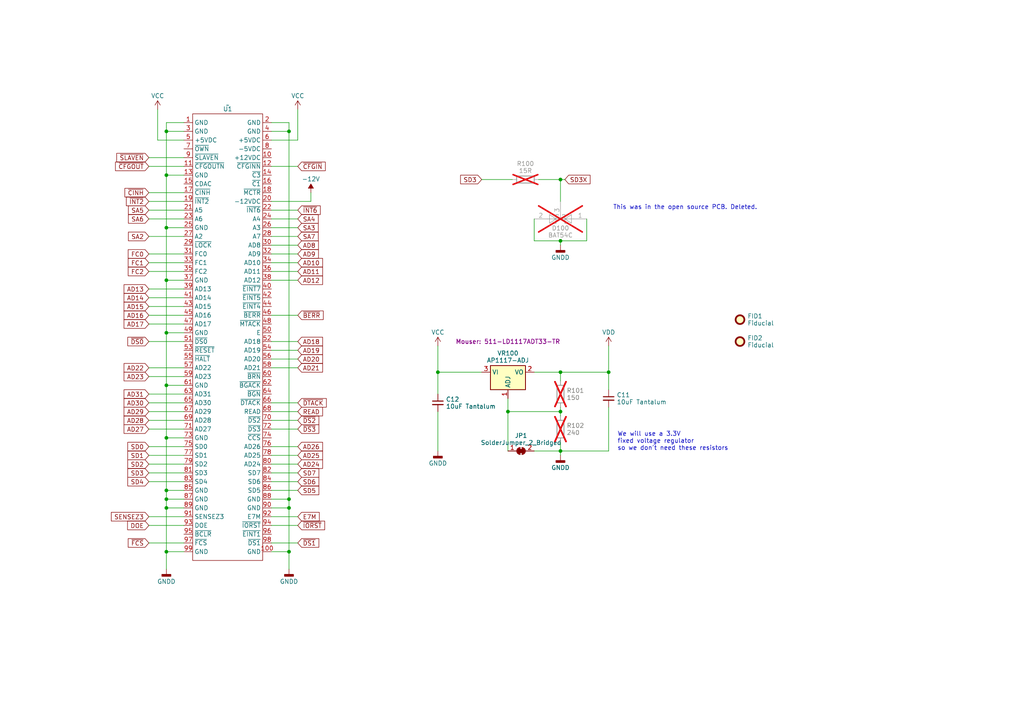
<source format=kicad_sch>
(kicad_sch (version 20230121) (generator eeschema)
  (paper "A4")
  (lib_symbols
    (symbol "New_Library:AP1117-ADJ"
      (property "Reference" "U" (at -3.81 3.175 0))
      (property "Value" "AP1117-ADJ" (at 0 3.175 0))
      (symbol "AP1117-ADJ_0_1"
        (rectangle (start -5.08 -5.08) (end 5.08 1.905) (stroke (width 0.254)) (fill (type background)))
      )
      (symbol "AP1117-ADJ_1_1"
        (pin input line (at 0 -7.62 90) (length 2.54) (name "ADJ") (number "1"))
        (pin power_out line (at 7.62 0 180) (length 2.54) (name "VO") (number "2"))
        (pin power_in line (at -7.62 0 0) (length 2.54) (name "VI") (number "3"))
      )
    )
    (symbol "New_Library:BAT54C" (pin_names (offset 1.016))
      (property "Reference" "D" (at 0.635 -3.81 0))
      (property "Value" "BAT54C" (at -6.35 3.175 0))
      (symbol "BAT54C_0_1"
        (polyline (pts (xy -1.905 0) (xy 1.905 0)))
        (polyline (pts (xy -1.905 1.27) (xy -1.905 1.016)))
        (polyline (pts (xy -1.27 -1.27) (xy -0.635 -1.27)))
        (polyline (pts (xy -1.27 0) (xy -3.81 0)))
        (polyline (pts (xy -1.27 1.27) (xy -1.905 1.27)))
        (polyline (pts (xy -1.27 1.27) (xy -1.27 -1.27)))
        (polyline (pts (xy -0.635 -1.27) (xy -0.635 -1.016)))
        (polyline (pts (xy 0.635 -1.27) (xy 0.635 -1.016)))
        (polyline (pts (xy 1.27 -1.27) (xy 0.635 -1.27)))
        (polyline (pts (xy 1.27 1.27) (xy 1.27 -1.27)))
        (polyline (pts (xy 1.27 1.27) (xy 1.905 1.27)))
        (polyline (pts (xy 1.905 1.27) (xy 1.905 1.016)))
        (polyline (pts (xy 3.81 0) (xy 1.27 0)))
        (polyline (pts (xy -3.175 -1.27) (xy -3.175 1.27) (xy -1.27 0) (xy -3.175 -1.27)))
        (polyline (pts (xy 3.175 -1.27) (xy 3.175 1.27) (xy 1.27 0) (xy 3.175 -1.27)))
        (circle (center 0 0) (radius 0.254) (fill (type outline)))
      )
      (symbol "BAT54C_1_1"
        (pin passive line (at -7.62 0 0) (length 3.81) (name "~") (number "1"))
        (pin passive line (at 7.62 0 180) (length 3.81) (name "~") (number "2"))
        (pin passive line (at 0 -5.08 90) (length 5.08) (name "~") (number "3"))
      )
    )
    (symbol "New_Library:C_Small" (pin_numbers hide) (pin_names (offset 0.254) hide)
      (property "Reference" "C" (at 0.254 1.778 0))
      (property "Value" "C_Small" (at 0.254 -2.032 0))
      (symbol "C_Small_0_1"
        (polyline (pts (xy -1.524 -0.508) (xy 1.524 -0.508)) (stroke (width 0.3302)))
        (polyline (pts (xy -1.524 0.508) (xy 1.524 0.508)) (stroke (width 0.3048)))
      )
      (symbol "C_Small_1_1"
        (pin passive line (at 0 2.54 270) (length 2.032) (name "~") (number "1"))
        (pin passive line (at 0 -2.54 90) (length 2.032) (name "~") (number "2"))
      )
    )
    (symbol "New_Library:Fiducial"
      (property "Reference" "FID" (at 0 5.08 0))
      (property "Value" "Fiducial" (at 0 3.175 0))
      (symbol "Fiducial_0_1"
        (circle (center 0 0) (radius 1.27) (stroke (width 0.508)) (fill (type background)))
      )
    )
    (symbol "New_Library:R" (pin_numbers hide) (pin_names (offset 0))
      (property "Reference" "R" (at 2.032 0 90))
      (property "Value" "R" (at 0 0 90))
      (symbol "R_0_1"
        (rectangle (start -1.016 -2.54) (end 1.016 2.54) (stroke (width 0.254)))
      )
      (symbol "R_1_1"
        (pin passive line (at 0 3.81 270) (length 1.27) (name "~") (number "1"))
        (pin passive line (at 0 -3.81 90) (length 1.27) (name "~") (number "2"))
      )
    )
    (symbol "New_Library:SolderJumper_2_Bridged" (pin_names (offset 0) hide)
      (property "Reference" "JP" (at 0 2.032 0))
      (property "Value" "SolderJumper_2_Bridged" (at 0 -2.54 0))
      (symbol "SolderJumper_2_Bridged_0_1"
        (rectangle (start -0.508 0.508) (end 0.508 -0.508) (fill (type outline)))
        (arc (start -0.254 1.016) (mid -1.2656 0) (end -0.254 -1.016))
        (arc (start -0.254 1.016) (mid -1.2656 0) (end -0.254 -1.016) (fill (type outline)))
        (polyline (pts (xy -0.254 1.016) (xy -0.254 -1.016)))
        (polyline (pts (xy 0.254 1.016) (xy 0.254 -1.016)))
        (arc (start 0.254 -1.016) (mid 1.2656 0) (end 0.254 1.016))
        (arc (start 0.254 -1.016) (mid 1.2656 0) (end 0.254 1.016) (fill (type outline)))
      )
      (symbol "SolderJumper_2_Bridged_1_1"
        (pin passive line (at -3.81 0 0) (length 2.54) (name "A") (number "1"))
        (pin passive line (at 3.81 0 180) (length 2.54) (name "B") (number "2"))
      )
    )
    (symbol "New_Library:ZorroIII"
      (property "Reference" "U" (at 0 0 0))
      (symbol "ZorroIII_0_1"
        (rectangle (start -10.16 -2.54) (end 10.16 -132.08))
      )
      (symbol "ZorroIII_1_1"
        (pin power_out line (at -12.7 -5.08 0) (length 2.54) (name "GND") (number "1"))
        (pin power_out line (at 12.7 -15.24 180) (length 2.54) (name "+12VDC") (number "10"))
        (pin power_in line (at 12.7 -129.54 180) (length 2.54) (name "GND") (number "100"))
        (pin input line (at -12.7 -17.78 0) (length 2.54) (name "~{CFGOUTN}") (number "11"))
        (pin input line (at 12.7 -17.78 180) (length 2.54) (name "~{CFGINN}") (number "12"))
        (pin power_in line (at -12.7 -20.32 0) (length 2.54) (name "GND") (number "13"))
        (pin input line (at 12.7 -20.32 180) (length 2.54) (name "~{C3}") (number "14"))
        (pin input line (at -12.7 -22.86 0) (length 2.54) (name "CDAC") (number "15"))
        (pin input line (at 12.7 -22.86 180) (length 2.54) (name "~{C1}") (number "16"))
        (pin input line (at -12.7 -25.4 0) (length 2.54) (name "~{CINH}") (number "17"))
        (pin input line (at 12.7 -25.4 180) (length 2.54) (name "~{MCTR}") (number "18"))
        (pin input line (at -12.7 -27.94 0) (length 2.54) (name "~{INT2}") (number "19"))
        (pin power_out line (at 12.7 -5.08 180) (length 2.54) (name "GND") (number "2"))
        (pin power_out line (at 12.7 -27.94 180) (length 2.54) (name "-12VDC") (number "20"))
        (pin input line (at -12.7 -30.48 0) (length 2.54) (name "A5") (number "21"))
        (pin input line (at 12.7 -30.48 180) (length 2.54) (name "~{INT6}") (number "22"))
        (pin input line (at -12.7 -33.02 0) (length 2.54) (name "A6") (number "23"))
        (pin input line (at 12.7 -33.02 180) (length 2.54) (name "A4") (number "24"))
        (pin power_in line (at -12.7 -35.56 0) (length 2.54) (name "GND") (number "25"))
        (pin input line (at 12.7 -35.56 180) (length 2.54) (name "A3") (number "26"))
        (pin input line (at -12.7 -38.1 0) (length 2.54) (name "A2") (number "27"))
        (pin input line (at 12.7 -38.1 180) (length 2.54) (name "A7") (number "28"))
        (pin input line (at -12.7 -40.64 0) (length 2.54) (name "~{LOCK}") (number "29"))
        (pin power_out line (at -12.7 -7.62 0) (length 2.54) (name "GND") (number "3"))
        (pin input line (at 12.7 -40.64 180) (length 2.54) (name "AD8") (number "30"))
        (pin input line (at -12.7 -43.18 0) (length 2.54) (name "FC0") (number "31"))
        (pin input line (at 12.7 -43.18 180) (length 2.54) (name "AD9") (number "32"))
        (pin input line (at -12.7 -45.72 0) (length 2.54) (name "FC1") (number "33"))
        (pin input line (at 12.7 -45.72 180) (length 2.54) (name "AD10") (number "34"))
        (pin input line (at -12.7 -48.26 0) (length 2.54) (name "FC2") (number "35"))
        (pin input line (at 12.7 -48.26 180) (length 2.54) (name "AD11") (number "36"))
        (pin power_in line (at -12.7 -50.8 0) (length 2.54) (name "GND") (number "37"))
        (pin input line (at 12.7 -50.8 180) (length 2.54) (name "AD12") (number "38"))
        (pin input line (at -12.7 -53.34 0) (length 2.54) (name "AD13") (number "39"))
        (pin power_out line (at 12.7 -7.62 180) (length 2.54) (name "GND") (number "4"))
        (pin input line (at 12.7 -53.34 180) (length 2.54) (name "~{EINT7}") (number "40"))
        (pin input line (at -12.7 -55.88 0) (length 2.54) (name "AD14") (number "41"))
        (pin input line (at 12.7 -55.88 180) (length 2.54) (name "~{EINT5}") (number "42"))
        (pin input line (at -12.7 -58.42 0) (length 2.54) (name "AD15") (number "43"))
        (pin input line (at 12.7 -58.42 180) (length 2.54) (name "~{EINT4}") (number "44"))
        (pin input line (at -12.7 -60.96 0) (length 2.54) (name "AD16") (number "45"))
        (pin input line (at 12.7 -60.96 180) (length 2.54) (name "~{BERR}") (number "46"))
        (pin input line (at -12.7 -63.5 0) (length 2.54) (name "AD17") (number "47"))
        (pin input line (at 12.7 -63.5 180) (length 2.54) (name "~{MTACK}") (number "48"))
        (pin power_in line (at -12.7 -66.04 0) (length 2.54) (name "GND") (number "49"))
        (pin power_out line (at -12.7 -10.16 0) (length 2.54) (name "+5VDC") (number "5"))
        (pin input line (at 12.7 -66.04 180) (length 2.54) (name "E") (number "50"))
        (pin input line (at -12.7 -68.58 0) (length 2.54) (name "~{DS0}") (number "51"))
        (pin input line (at 12.7 -68.58 180) (length 2.54) (name "AD18") (number "52"))
        (pin input line (at -12.7 -71.12 0) (length 2.54) (name "~{RESET}") (number "53"))
        (pin input line (at 12.7 -71.12 180) (length 2.54) (name "AD19") (number "54"))
        (pin input line (at -12.7 -73.66 0) (length 2.54) (name "~{HALT}") (number "55"))
        (pin input line (at 12.7 -73.66 180) (length 2.54) (name "AD20") (number "56"))
        (pin input line (at -12.7 -76.2 0) (length 2.54) (name "AD22") (number "57"))
        (pin input line (at 12.7 -76.2 180) (length 2.54) (name "AD21") (number "58"))
        (pin input line (at -12.7 -78.74 0) (length 2.54) (name "AD23") (number "59"))
        (pin power_out line (at 12.7 -10.16 180) (length 2.54) (name "+5VDC") (number "6"))
        (pin input line (at 12.7 -78.74 180) (length 2.54) (name "~{BRN}") (number "60"))
        (pin power_in line (at -12.7 -81.28 0) (length 2.54) (name "GND") (number "61"))
        (pin input line (at 12.7 -81.28 180) (length 2.54) (name "~{BGACK}") (number "62"))
        (pin input line (at -12.7 -83.82 0) (length 2.54) (name "AD31") (number "63"))
        (pin input line (at 12.7 -83.82 180) (length 2.54) (name "~{BGN}") (number "64"))
        (pin input line (at -12.7 -86.36 0) (length 2.54) (name "AD30") (number "65"))
        (pin input line (at 12.7 -86.36 180) (length 2.54) (name "~{DTACK}") (number "66"))
        (pin input line (at -12.7 -88.9 0) (length 2.54) (name "AD29") (number "67"))
        (pin input line (at 12.7 -88.9 180) (length 2.54) (name "READ") (number "68"))
        (pin input line (at -12.7 -91.44 0) (length 2.54) (name "AD28") (number "69"))
        (pin input line (at -12.7 -12.7 0) (length 2.54) (name "~{OWN}") (number "7"))
        (pin input line (at 12.7 -91.44 180) (length 2.54) (name "~{DS2}") (number "70"))
        (pin input line (at -12.7 -93.98 0) (length 2.54) (name "AD27") (number "71"))
        (pin input line (at 12.7 -93.98 180) (length 2.54) (name "~{DS3}") (number "72"))
        (pin power_in line (at -12.7 -96.52 0) (length 2.54) (name "GND") (number "73"))
        (pin input line (at 12.7 -96.52 180) (length 2.54) (name "~{CCS}") (number "74"))
        (pin input line (at -12.7 -99.06 0) (length 2.54) (name "SD0") (number "75"))
        (pin input line (at 12.7 -99.06 180) (length 2.54) (name "AD26") (number "76"))
        (pin input line (at -12.7 -101.6 0) (length 2.54) (name "SD1") (number "77"))
        (pin input line (at 12.7 -101.6 180) (length 2.54) (name "AD25") (number "78"))
        (pin input line (at -12.7 -104.14 0) (length 2.54) (name "SD2") (number "79"))
        (pin power_out line (at 12.7 -12.7 180) (length 2.54) (name "-5VDC") (number "8"))
        (pin input line (at 12.7 -104.14 180) (length 2.54) (name "AD24") (number "80"))
        (pin input line (at -12.7 -106.68 0) (length 2.54) (name "SD3") (number "81"))
        (pin input line (at 12.7 -106.68 180) (length 2.54) (name "SD7") (number "82"))
        (pin input line (at -12.7 -109.22 0) (length 2.54) (name "SD4") (number "83"))
        (pin input line (at 12.7 -109.22 180) (length 2.54) (name "SD6") (number "84"))
        (pin power_in line (at -12.7 -111.76 0) (length 2.54) (name "GND") (number "85"))
        (pin input line (at 12.7 -111.76 180) (length 2.54) (name "SD5") (number "86"))
        (pin power_in line (at -12.7 -114.3 0) (length 2.54) (name "GND") (number "87"))
        (pin power_in line (at 12.7 -114.3 180) (length 2.54) (name "GND") (number "88"))
        (pin power_in line (at -12.7 -116.84 0) (length 2.54) (name "GND") (number "89"))
        (pin input line (at -12.7 -15.24 0) (length 2.54) (name "~{SLAVEN}") (number "9"))
        (pin power_in line (at 12.7 -116.84 180) (length 2.54) (name "GND") (number "90"))
        (pin input line (at -12.7 -119.38 0) (length 2.54) (name "SENSEZ3") (number "91"))
        (pin input line (at 12.7 -119.38 180) (length 2.54) (name "E7M") (number "92"))
        (pin input line (at -12.7 -121.92 0) (length 2.54) (name "DOE") (number "93"))
        (pin input line (at 12.7 -121.92 180) (length 2.54) (name "~{IORST}") (number "94"))
        (pin input line (at -12.7 -124.46 0) (length 2.54) (name "~{BCLR}") (number "95"))
        (pin input line (at 12.7 -124.46 180) (length 2.54) (name "~{EINT1}") (number "96"))
        (pin input line (at -12.7 -127 0) (length 2.54) (name "~{FCS}") (number "97"))
        (pin input line (at 12.7 -127 180) (length 2.54) (name "~{DS1}") (number "98"))
        (pin power_in line (at -12.7 -129.54 0) (length 2.54) (name "GND") (number "99"))
      )
    )
    (symbol "power:-12V" (power) (pin_names (offset 0))
      (property "Value" "-12V" (at 0 3.81 0))
      (symbol "-12V_0_0"
        (pin power_in line (at 0 0 90) (length 0) hide (name "-12V") (number "1"))
      )
      (symbol "-12V_0_1"
        (polyline (pts (xy 0 0) (xy 0 1.27) (xy 0.762 1.27) (xy 0 2.54) (xy -0.762 1.27) (xy 0 1.27)) (fill (type outline)))
      )
    )
    (symbol "power:GNDD" (power) (pin_names (offset 0))
      (property "Value" "GNDD" (at 0 -3.175 0))
      (symbol "GNDD_0_1"
        (rectangle (start -1.27 -1.524) (end 1.27 -2.032) (stroke (width 0.254)) (fill (type outline)))
        (polyline (pts (xy 0 0) (xy 0 -1.524)))
      )
      (symbol "GNDD_1_1"
        (pin power_in line (at 0 0 270) (length 0) hide (name "GNDD") (number "1"))
      )
    )
    (symbol "power:VCC" (power) (pin_names (offset 0))
      (property "Value" "VCC" (at 0 3.81 0))
      (symbol "VCC_0_1"
        (polyline (pts (xy -0.762 1.27) (xy 0 2.54)))
        (polyline (pts (xy 0 0) (xy 0 2.54)))
        (polyline (pts (xy 0 2.54) (xy 0.762 1.27)))
      )
      (symbol "VCC_1_1"
        (pin power_in line (at 0 0 90) (length 0) hide (name "VCC") (number "1"))
      )
    )
    (symbol "power:VDD" (power) (pin_names (offset 0))
      (property "Value" "VDD" (at 0 3.81 0))
      (symbol "VDD_0_1"
        (polyline (pts (xy -0.762 1.27) (xy 0 2.54)))
        (polyline (pts (xy 0 0) (xy 0 2.54)))
        (polyline (pts (xy 0 2.54) (xy 0.762 1.27)))
      )
      (symbol "VDD_1_1"
        (pin power_in line (at 0 0 90) (length 0) hide (name "VDD") (number "1"))
      )
    )
  )
  (junction (at 48.26 96.52))
  (junction (at 48.26 144.78))
  (junction (at 48.26 66.04))
  (junction (at 162.56 69.85))
  (junction (at 162.56 52.07))
  (junction (at 83.82 160.02))
  (junction (at 48.26 81.28))
  (junction (at 48.26 38.1))
  (junction (at 83.82 38.1))
  (junction (at 83.82 147.32))
  (junction (at 147.32 119.38))
  (junction (at 162.56 130.81))
  (junction (at 48.26 127))
  (junction (at 48.26 160.02))
  (junction (at 48.26 142.24))
  (junction (at 48.26 111.76))
  (junction (at 127 107.95))
  (junction (at 48.26 50.8))
  (junction (at 48.26 147.32))
  (junction (at 83.82 144.78))
  (junction (at 162.56 119.38))
  (junction (at 176.53 107.95))
  (junction (at 162.56 107.95))
  (wire (pts (xy 48.26 38.1) (xy 53.34 38.1)))
  (wire (pts (xy 43.18 99.06) (xy 53.34 99.06)))
  (wire (pts (xy 78.74 35.56) (xy 83.82 35.56)))
  (wire (pts (xy 83.82 147.32) (xy 83.82 160.02)))
  (wire (pts (xy 43.18 73.66) (xy 53.34 73.66)))
  (wire (pts (xy 43.18 60.96) (xy 53.34 60.96)))
  (wire (pts (xy 43.18 119.38) (xy 53.34 119.38)))
  (wire (pts (xy 43.18 114.3) (xy 53.34 114.3)))
  (wire (pts (xy 48.26 66.04) (xy 53.34 66.04)))
  (wire (pts (xy 78.74 119.38) (xy 86.36 119.38)))
  (wire (pts (xy 154.94 69.85) (xy 162.56 69.85)))
  (wire (pts (xy 147.32 119.38) (xy 147.32 130.81)))
  (wire (pts (xy 162.56 119.38) (xy 162.56 120.65)))
  (wire (pts (xy 48.26 96.52) (xy 48.26 111.76)))
  (wire (pts (xy 78.74 139.7) (xy 86.36 139.7)))
  (wire (pts (xy 83.82 160.02) (xy 83.82 165.1)))
  (wire (pts (xy 43.18 88.9) (xy 53.34 88.9)))
  (wire (pts (xy 176.53 113.03) (xy 176.53 107.95)))
  (wire (pts (xy 43.18 91.44) (xy 53.34 91.44)))
  (wire (pts (xy 48.26 147.32) (xy 53.34 147.32)))
  (wire (pts (xy 147.32 119.38) (xy 162.56 119.38)))
  (wire (pts (xy 43.18 132.08) (xy 53.34 132.08)))
  (wire (pts (xy 78.74 78.74) (xy 86.36 78.74)))
  (wire (pts (xy 78.74 91.44) (xy 86.36 91.44)))
  (wire (pts (xy 43.18 68.58) (xy 53.34 68.58)))
  (wire (pts (xy 78.74 101.6) (xy 86.36 101.6)))
  (wire (pts (xy 78.74 38.1) (xy 83.82 38.1)))
  (wire (pts (xy 83.82 144.78) (xy 83.82 147.32)))
  (wire (pts (xy 162.56 130.81) (xy 162.56 132.08)))
  (wire (pts (xy 78.74 116.84) (xy 86.36 116.84)))
  (wire (pts (xy 53.34 35.56) (xy 48.26 35.56)))
  (wire (pts (xy 78.74 142.24) (xy 86.36 142.24)))
  (wire (pts (xy 43.18 116.84) (xy 53.34 116.84)))
  (wire (pts (xy 78.74 124.46) (xy 86.36 124.46)))
  (wire (pts (xy 48.26 142.24) (xy 48.26 144.78)))
  (wire (pts (xy 83.82 35.56) (xy 83.82 38.1)))
  (wire (pts (xy 78.74 147.32) (xy 83.82 147.32)))
  (wire (pts (xy 162.56 118.11) (xy 162.56 119.38)))
  (wire (pts (xy 43.18 129.54) (xy 53.34 129.54)))
  (wire (pts (xy 78.74 129.54) (xy 86.36 129.54)))
  (wire (pts (xy 176.53 100.33) (xy 176.53 107.95)))
  (wire (pts (xy 48.26 96.52) (xy 53.34 96.52)))
  (wire (pts (xy 147.32 115.57) (xy 147.32 119.38)))
  (wire (pts (xy 86.36 60.96) (xy 78.74 60.96)))
  (wire (pts (xy 83.82 38.1) (xy 83.82 144.78)))
  (wire (pts (xy 78.74 81.28) (xy 86.36 81.28)))
  (wire (pts (xy 48.26 127) (xy 53.34 127)))
  (wire (pts (xy 48.26 111.76) (xy 53.34 111.76)))
  (wire (pts (xy 48.26 81.28) (xy 48.26 96.52)))
  (wire (pts (xy 78.74 104.14) (xy 86.36 104.14)))
  (wire (pts (xy 78.74 76.2) (xy 86.36 76.2)))
  (wire (pts (xy 127 100.33) (xy 127 107.95)))
  (wire (pts (xy 78.74 99.06) (xy 86.36 99.06)))
  (wire (pts (xy 162.56 69.85) (xy 170.18 69.85)))
  (wire (pts (xy 43.18 86.36) (xy 53.34 86.36)))
  (wire (pts (xy 43.18 83.82) (xy 53.34 83.82)))
  (wire (pts (xy 45.72 40.64) (xy 45.72 31.75)))
  (wire (pts (xy 162.56 52.07) (xy 163.83 52.07)))
  (wire (pts (xy 43.18 106.68) (xy 53.34 106.68)))
  (wire (pts (xy 78.74 40.64) (xy 86.36 40.64)))
  (wire (pts (xy 48.26 142.24) (xy 53.34 142.24)))
  (wire (pts (xy 162.56 128.27) (xy 162.56 130.81)))
  (wire (pts (xy 78.74 134.62) (xy 86.36 134.62)))
  (wire (pts (xy 170.18 69.85) (xy 170.18 63.5)))
  (wire (pts (xy 48.26 160.02) (xy 48.26 165.1)))
  (wire (pts (xy 43.18 139.7) (xy 53.34 139.7)))
  (wire (pts (xy 86.36 68.58) (xy 78.74 68.58)))
  (wire (pts (xy 154.94 63.5) (xy 154.94 69.85)))
  (wire (pts (xy 43.18 149.86) (xy 53.34 149.86)))
  (wire (pts (xy 127 119.38) (xy 127 130.81)))
  (wire (pts (xy 78.74 137.16) (xy 86.36 137.16)))
  (wire (pts (xy 176.53 118.11) (xy 176.53 130.81)))
  (wire (pts (xy 78.74 152.4) (xy 86.36 152.4)))
  (wire (pts (xy 48.26 35.56) (xy 48.26 38.1)))
  (wire (pts (xy 43.18 121.92) (xy 53.34 121.92)))
  (wire (pts (xy 86.36 48.26) (xy 78.74 48.26)))
  (wire (pts (xy 48.26 81.28) (xy 53.34 81.28)))
  (wire (pts (xy 43.18 76.2) (xy 53.34 76.2)))
  (wire (pts (xy 162.56 107.95) (xy 162.56 110.49)))
  (wire (pts (xy 43.18 45.72) (xy 53.34 45.72)))
  (wire (pts (xy 156.21 52.07) (xy 162.56 52.07)))
  (wire (pts (xy 78.74 157.48) (xy 86.36 157.48)))
  (wire (pts (xy 86.36 66.04) (xy 78.74 66.04)))
  (wire (pts (xy 78.74 71.12) (xy 86.36 71.12)))
  (wire (pts (xy 78.74 73.66) (xy 86.36 73.66)))
  (wire (pts (xy 48.26 111.76) (xy 48.26 127)))
  (wire (pts (xy 43.18 124.46) (xy 53.34 124.46)))
  (wire (pts (xy 43.18 152.4) (xy 53.34 152.4)))
  (wire (pts (xy 53.34 40.64) (xy 45.72 40.64)))
  (wire (pts (xy 78.74 132.08) (xy 86.36 132.08)))
  (wire (pts (xy 78.74 144.78) (xy 83.82 144.78)))
  (wire (pts (xy 43.18 63.5) (xy 53.34 63.5)))
  (wire (pts (xy 48.26 38.1) (xy 48.26 50.8)))
  (wire (pts (xy 43.18 157.48) (xy 53.34 157.48)))
  (wire (pts (xy 43.18 48.26) (xy 53.34 48.26)))
  (wire (pts (xy 78.74 160.02) (xy 83.82 160.02)))
  (wire (pts (xy 78.74 121.92) (xy 86.36 121.92)))
  (wire (pts (xy 48.26 147.32) (xy 48.26 160.02)))
  (wire (pts (xy 86.36 63.5) (xy 78.74 63.5)))
  (wire (pts (xy 162.56 52.07) (xy 162.56 58.42)))
  (wire (pts (xy 48.26 50.8) (xy 53.34 50.8)))
  (wire (pts (xy 48.26 50.8) (xy 48.26 66.04)))
  (wire (pts (xy 139.7 52.07) (xy 148.59 52.07)))
  (wire (pts (xy 43.18 109.22) (xy 53.34 109.22)))
  (wire (pts (xy 48.26 127) (xy 48.26 142.24)))
  (wire (pts (xy 48.26 66.04) (xy 48.26 81.28)))
  (wire (pts (xy 176.53 107.95) (xy 162.56 107.95)))
  (wire (pts (xy 154.94 107.95) (xy 162.56 107.95)))
  (wire (pts (xy 43.18 78.74) (xy 53.34 78.74)))
  (wire (pts (xy 176.53 130.81) (xy 162.56 130.81)))
  (wire (pts (xy 48.26 144.78) (xy 53.34 144.78)))
  (wire (pts (xy 43.18 137.16) (xy 53.34 137.16)))
  (wire (pts (xy 154.94 130.81) (xy 162.56 130.81)))
  (wire (pts (xy 78.74 106.68) (xy 86.36 106.68)))
  (wire (pts (xy 48.26 144.78) (xy 48.26 147.32)))
  (wire (pts (xy 43.18 134.62) (xy 53.34 134.62)))
  (wire (pts (xy 127 107.95) (xy 139.7 107.95)))
  (wire (pts (xy 43.18 58.42) (xy 53.34 58.42)))
  (wire (pts (xy 127 114.3) (xy 127 107.95)))
  (wire (pts (xy 78.74 149.86) (xy 86.36 149.86)))
  (wire (pts (xy 43.18 93.98) (xy 53.34 93.98)))
  (wire (pts (xy 78.74 58.42) (xy 90.17 58.42)))
  (wire (pts (xy 162.56 69.85) (xy 162.56 71.12)))
  (wire (pts (xy 86.36 40.64) (xy 86.36 31.75)))
  (wire (pts (xy 90.17 58.42) (xy 90.17 55.88)))
  (wire (pts (xy 48.26 160.02) (xy 53.34 160.02)))
  (wire (pts (xy 43.18 55.88) (xy 53.34 55.88)))
  (text "We will use a 3.3V\nfixed voltage regulator\nso we don't need these resistors" (at 179.07 130.81 0) (effects (font (size 1.27 1.27)) (justify left bottom)))
  (text "This was in the open source PCB. Deleted." (at 177.8 60.96 0) (effects (font (size 1.27 1.27)) (justify left bottom)))
  (global_label "SD3X" (shape input) (at 163.83 52.07 0) (property "Intersheetrefs" "${INTERSHEET_REFS}" (effects hide)))
  (global_label "AD27" (shape input) (at 43.18 124.46 180) (property "Intersheetrefs" "${INTERSHEET_REFS}" (effects hide)))
  (global_label "~{CFGIN}" (shape input) (at 86.36 48.26 0) (property "Intersheetrefs" "${INTERSHEET_REFS}" (effects hide)))
  (global_label "~{FCS}" (shape input) (at 43.18 157.48 180) (property "Intersheetrefs" "${INTERSHEET_REFS}" (effects hide)))
  (global_label "SD0" (shape input) (at 43.18 129.54 180) (property "Intersheetrefs" "${INTERSHEET_REFS}" (effects hide)))
  (global_label "AD14" (shape input) (at 43.18 86.36 180) (property "Intersheetrefs" "${INTERSHEET_REFS}" (effects hide)))
  (global_label "AD31" (shape input) (at 43.18 114.3 180) (property "Intersheetrefs" "${INTERSHEET_REFS}" (effects hide)))
  (global_label "AD20" (shape input) (at 86.36 104.14 0) (property "Intersheetrefs" "${INTERSHEET_REFS}" (effects hide)))
  (global_label "~{DS2}" (shape input) (at 86.36 121.92 0) (property "Intersheetrefs" "${INTERSHEET_REFS}" (effects hide)))
  (global_label "SA3" (shape input) (at 86.36 66.04 0) (property "Intersheetrefs" "${INTERSHEET_REFS}" (effects hide)))
  (global_label "~{SLAVEN}" (shape input) (at 43.18 45.72 180) (property "Intersheetrefs" "${INTERSHEET_REFS}" (effects hide)))
  (global_label "AD23" (shape input) (at 43.18 109.22 180) (property "Intersheetrefs" "${INTERSHEET_REFS}" (effects hide)))
  (global_label "AD19" (shape input) (at 86.36 101.6 0) (property "Intersheetrefs" "${INTERSHEET_REFS}" (effects hide)))
  (global_label "AD17" (shape input) (at 43.18 93.98 180) (property "Intersheetrefs" "${INTERSHEET_REFS}" (effects hide)))
  (global_label "AD30" (shape input) (at 43.18 116.84 180) (property "Intersheetrefs" "${INTERSHEET_REFS}" (effects hide)))
  (global_label "SD3" (shape input) (at 43.18 137.16 180) (property "Intersheetrefs" "${INTERSHEET_REFS}" (effects hide)))
  (global_label "DOE" (shape input) (at 43.18 152.4 180) (property "Intersheetrefs" "${INTERSHEET_REFS}" (effects hide)))
  (global_label "AD16" (shape input) (at 43.18 91.44 180) (property "Intersheetrefs" "${INTERSHEET_REFS}" (effects hide)))
  (global_label "AD29" (shape input) (at 43.18 119.38 180) (property "Intersheetrefs" "${INTERSHEET_REFS}" (effects hide)))
  (global_label "~{INT2}" (shape input) (at 43.18 58.42 180) (property "Intersheetrefs" "${INTERSHEET_REFS}" (effects hide)))
  (global_label "AD11" (shape input) (at 86.36 78.74 0) (property "Intersheetrefs" "${INTERSHEET_REFS}" (effects hide)))
  (global_label "~{DS0}" (shape input) (at 43.18 99.06 180) (property "Intersheetrefs" "${INTERSHEET_REFS}" (effects hide)))
  (global_label "AD13" (shape input) (at 43.18 83.82 180) (property "Intersheetrefs" "${INTERSHEET_REFS}" (effects hide)))
  (global_label "AD24" (shape input) (at 86.36 134.62 0) (property "Intersheetrefs" "${INTERSHEET_REFS}" (effects hide)))
  (global_label "SD2" (shape input) (at 43.18 134.62 180) (property "Intersheetrefs" "${INTERSHEET_REFS}" (effects hide)))
  (global_label "SA6" (shape input) (at 43.18 63.5 180) (property "Intersheetrefs" "${INTERSHEET_REFS}" (effects hide)))
  (global_label "AD21" (shape input) (at 86.36 106.68 0) (property "Intersheetrefs" "${INTERSHEET_REFS}" (effects hide)))
  (global_label "AD12" (shape input) (at 86.36 81.28 0) (property "Intersheetrefs" "${INTERSHEET_REFS}" (effects hide)))
  (global_label "SD7" (shape input) (at 86.36 137.16 0) (property "Intersheetrefs" "${INTERSHEET_REFS}" (effects hide)))
  (global_label "AD25" (shape input) (at 86.36 132.08 0) (property "Intersheetrefs" "${INTERSHEET_REFS}" (effects hide)))
  (global_label "~{BERR}" (shape input) (at 86.36 91.44 0) (property "Intersheetrefs" "${INTERSHEET_REFS}" (effects hide)))
  (global_label "FC2" (shape input) (at 43.18 78.74 180) (property "Intersheetrefs" "${INTERSHEET_REFS}" (effects hide)))
  (global_label "AD8" (shape input) (at 86.36 71.12 0) (property "Intersheetrefs" "${INTERSHEET_REFS}" (effects hide)))
  (global_label "SENSEZ3" (shape input) (at 43.18 149.86 180) (property "Intersheetrefs" "${INTERSHEET_REFS}" (effects hide)))
  (global_label "FC1" (shape input) (at 43.18 76.2 180) (property "Intersheetrefs" "${INTERSHEET_REFS}" (effects hide)))
  (global_label "SA7" (shape input) (at 86.36 68.58 0) (property "Intersheetrefs" "${INTERSHEET_REFS}" (effects hide)))
  (global_label "AD18" (shape input) (at 86.36 99.06 0) (property "Intersheetrefs" "${INTERSHEET_REFS}" (effects hide)))
  (global_label "~{DS1}" (shape input) (at 86.36 157.48 0) (property "Intersheetrefs" "${INTERSHEET_REFS}" (effects hide)))
  (global_label "SA2" (shape input) (at 43.18 68.58 180) (property "Intersheetrefs" "${INTERSHEET_REFS}" (effects hide)))
  (global_label "SA5" (shape input) (at 43.18 60.96 180) (property "Intersheetrefs" "${INTERSHEET_REFS}" (effects hide)))
  (global_label "E7M" (shape input) (at 86.36 149.86 0) (property "Intersheetrefs" "${INTERSHEET_REFS}" (effects hide)))
  (global_label "SA4" (shape input) (at 86.36 63.5 0) (property "Intersheetrefs" "${INTERSHEET_REFS}" (effects hide)))
  (global_label "AD28" (shape input) (at 43.18 121.92 180) (property "Intersheetrefs" "${INTERSHEET_REFS}" (effects hide)))
  (global_label "~{CINH}" (shape input) (at 43.18 55.88 180) (property "Intersheetrefs" "${INTERSHEET_REFS}" (effects hide)))
  (global_label "SD5" (shape input) (at 86.36 142.24 0) (property "Intersheetrefs" "${INTERSHEET_REFS}" (effects hide)))
  (global_label "AD10" (shape input) (at 86.36 76.2 0) (property "Intersheetrefs" "${INTERSHEET_REFS}" (effects hide)))
  (global_label "~{DTACK}" (shape input) (at 86.36 116.84 0) (property "Intersheetrefs" "${INTERSHEET_REFS}" (effects hide)))
  (global_label "READ" (shape input) (at 86.36 119.38 0) (property "Intersheetrefs" "${INTERSHEET_REFS}" (effects hide)))
  (global_label "SD6" (shape input) (at 86.36 139.7 0) (property "Intersheetrefs" "${INTERSHEET_REFS}" (effects hide)))
  (global_label "~{CFGOUT}" (shape input) (at 43.18 48.26 180) (property "Intersheetrefs" "${INTERSHEET_REFS}" (effects hide)))
  (global_label "AD15" (shape input) (at 43.18 88.9 180) (property "Intersheetrefs" "${INTERSHEET_REFS}" (effects hide)))
  (global_label "SD4" (shape input) (at 43.18 139.7 180) (property "Intersheetrefs" "${INTERSHEET_REFS}" (effects hide)))
  (global_label "~{INT6}" (shape input) (at 86.36 60.96 0) (property "Intersheetrefs" "${INTERSHEET_REFS}" (effects hide)))
  (global_label "AD22" (shape input) (at 43.18 106.68 180) (property "Intersheetrefs" "${INTERSHEET_REFS}" (effects hide)))
  (global_label "AD9" (shape input) (at 86.36 73.66 0) (property "Intersheetrefs" "${INTERSHEET_REFS}" (effects hide)))
  (global_label "AD26" (shape input) (at 86.36 129.54 0) (property "Intersheetrefs" "${INTERSHEET_REFS}" (effects hide)))
  (global_label "~{IORST}" (shape input) (at 86.36 152.4 0) (property "Intersheetrefs" "${INTERSHEET_REFS}" (effects hide)))
  (global_label "SD1" (shape input) (at 43.18 132.08 180) (property "Intersheetrefs" "${INTERSHEET_REFS}" (effects hide)))
  (global_label "SD3" (shape input) (at 139.7 52.07 180) (property "Intersheetrefs" "${INTERSHEET_REFS}" (effects hide)))
  (global_label "FC0" (shape input) (at 43.18 73.66 180) (property "Intersheetrefs" "${INTERSHEET_REFS}" (effects hide)))
  (global_label "~{DS3}" (shape input) (at 86.36 124.46 0) (property "Intersheetrefs" "${INTERSHEET_REFS}" (effects hide)))
  (symbol (lib_id "New_Library:ZorroIII") (at 66.04 30.48 0) (unit 1) (in_bom no)
    (property "Reference" "U1" (at 66.04 31.615 0))
    (property "Value" "~" (at 66.04 30.48 0))
    (property "Footprint" "Library:Zorro3" (effects hide))
  )
  (symbol (lib_id "power:GNDD") (at 162.56 71.12 0) (unit 1)
    (property "Reference" "#PWR0108" (effects hide))
    (property "Value" "GNDD" (at 162.56 74.684 0))
  )
  (symbol (lib_id "New_Library:BAT54C") (at 162.56 63.5 180) (unit 1) (in_bom no) (on_board no) (dnp yes)
    (property "Reference" "D100" (at 162.56 66.175 0))
    (property "Value" "BAT54C" (at 162.56 68.223 0))
    (property "Footprint" "Package_TO_SOT_SMD:SOT-23" (effects hide))
    (property "Datasheet" "http://www.diodes.com/_files/datasheets/ds11005.pdf" (effects hide))
  )
  (symbol (lib_id "power:VCC") (at 86.36 31.75 0) (unit 1)
    (property "Reference" "#PWR037" (effects hide))
    (property "Value" "VCC" (at 86.36 27.805 0))
  )
  (symbol (lib_id "power:VCC") (at 127 100.33 0) (unit 1)
    (property "Reference" "#PWR071" (effects hide))
    (property "Value" "VCC" (at 127 96.385 0))
  )
  (symbol (lib_id "power:VCC") (at 45.72 31.75 0) (unit 1)
    (property "Reference" "#PWR035" (effects hide))
    (property "Value" "VCC" (at 45.72 27.805 0))
  )
  (symbol (lib_id "New_Library:Fiducial") (at 214.63 92.71 0) (unit 1)
    (property "Reference" "FID1" (at 216.789 91.686 0) (effects (justify left)))
    (property "Value" "Fiducial" (at 216.789 93.734 0) (effects (justify left)))
    (property "Footprint" "Fiducial:Fiducial_1mm_Mask2mm" (effects hide))
  )
  (symbol (lib_id "New_Library:SolderJumper_2_Bridged") (at 151.13 130.81 0) (unit 1)
    (property "Reference" "JP1" (at 151.13 126.341 0))
    (property "Value" "SolderJumper_2_Bridged" (at 151.13 128.389 0))
    (property "Footprint" "Jumper:SolderJumper-2_P1.3mm_Bridged2Bar_Pad1.0x1.5mm" (effects hide))
  )
  (symbol (lib_id "New_Library:C_Small") (at 176.53 115.57 0) (unit 1)
    (property "Reference" "C11" (at 178.8541 114.5523 0) (effects (justify left)))
    (property "Value" "10uF Tantalum" (at 178.8541 116.6003 0) (effects (justify left)))
    (property "Footprint" "Capacitor_SMD:C_1210_3225Metric_Pad1.33x2.70mm_HandSolder" (effects hide))
  )
  (symbol (lib_id "power:GNDD") (at 162.56 132.08 0) (unit 1)
    (property "Reference" "#PWR056" (effects hide))
    (property "Value" "GNDD" (at 162.56 135.644 0))
  )
  (symbol (lib_id "power:GNDD") (at 48.26 165.1 0) (unit 1)
    (property "Reference" "#PWR033" (effects hide))
    (property "Value" "GNDD" (at 48.26 168.664 0))
  )
  (symbol (lib_id "New_Library:R") (at 162.56 124.46 0) (unit 1) (in_bom no) (dnp yes)
    (property "Reference" "R102" (at 164.338 123.436 0) (effects (justify left)))
    (property "Value" "240" (at 164.338 125.484 0) (effects (justify left)))
    (property "Footprint" "Resistor_SMD:R_0402_1005Metric_Pad0.72x0.64mm_HandSolder" (effects hide))
  )
  (symbol (lib_id "power:GNDD") (at 127 130.81 0) (unit 1)
    (property "Reference" "#PWR057" (effects hide))
    (property "Value" "GNDD" (at 127 134.374 0))
  )
  (symbol (lib_id "New_Library:R") (at 152.4 52.07 270) (unit 1) (in_bom no) (on_board no) (dnp yes)
    (property "Reference" "R100" (at 152.4 47.474 90))
    (property "Value" "15R" (at 152.4 49.522 90))
    (property "Footprint" "Resistor_SMD:R_0402_1005Metric_Pad0.72x0.64mm_HandSolder" (effects hide))
    (instances (project "Prometheus" (path "" (reference "R100") (unit 1)) (path "" (reference "R204") (unit 1))))
  )
  (symbol (lib_id "New_Library:Fiducial") (at 214.63 99.06 0) (unit 1)
    (property "Reference" "FID2" (at 216.789 98.036 0) (effects (justify left)))
    (property "Value" "Fiducial" (at 216.789 100.084 0) (effects (justify left)))
    (property "Footprint" "Fiducial:Fiducial_1mm_Mask2mm" (effects hide))
  )
  (symbol (lib_id "New_Library:C_Small") (at 127 116.84 0) (unit 1)
    (property "Reference" "C12" (at 129.3241 115.8223 0) (effects (justify left)))
    (property "Value" "10uF Tantalum" (at 129.3241 117.8703 0) (effects (justify left)))
    (property "Footprint" "Capacitor_SMD:C_1210_3225Metric_Pad1.33x2.70mm_HandSolder" (effects hide))
  )
  (symbol (lib_id "power:GNDD") (at 83.82 165.1 0) (unit 1)
    (property "Reference" "#PWR034" (effects hide))
    (property "Value" "GNDD" (at 83.82 168.664 0))
  )
  (symbol (lib_id "power:-12V") (at 90.17 55.88 0) (unit 1)
    (property "Reference" "#PWR039" (effects hide))
    (property "Value" "-12V" (at 90.17 51.935 0))
  )
  (symbol (lib_id "New_Library:R") (at 162.56 114.3 0) (unit 1) (in_bom no) (dnp yes)
    (property "Reference" "R101" (at 164.338 113.276 0) (effects (justify left)))
    (property "Value" "150" (at 164.338 115.324 0) (effects (justify left)))
    (property "Footprint" "Resistor_SMD:R_0402_1005Metric_Pad0.72x0.64mm_HandSolder" (effects hide))
  )
  (symbol (lib_id "New_Library:AP1117-ADJ") (at 147.32 107.95 0) (unit 1)
    (property "Reference" "VR100" (at 147.32 102.465 0))
    (property "Value" "AP1117-ADJ" (at 147.32 104.513 0))
    (property "Footprint" "Package_TO_SOT_SMD:TO-252-2" (effects hide))
    (property "Datasheet" "http://www.diodes.com/datasheets/AP1117.pdf" (effects hide))
    (property "Mouser" "511-LD1117ADT33-TR" (at 147.32 99.06 0) (show_name))
  )
  (symbol (lib_id "power:VDD") (at 176.53 100.33 0) (unit 1)
    (property "Reference" "#PWR055" (effects hide))
    (property "Value" "VDD" (at 176.53 96.385 0))
  )
)
</source>
